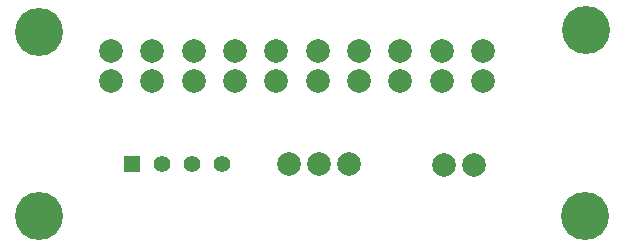
<source format=gts>
G04 ( created by brdgerber.py ( brdgerber.py v0.1 2014-03-12 ) ) date 2020-04-13 11:59:21 EDT*
G04 Gerber Fmt 3.4, Leading zero omitted, Abs format*
%MOIN*%
%FSLAX34Y34*%
G01*
G70*
G90*
G04 APERTURE LIST*
%ADD12C,0.0550*%
%ADD10C,0.0787*%
%ADD11R,0.0550X0.0550*%
%ADD13C,0.1600*%
G04 APERTURE END LIST*
G54D12*
D10*
X-06301Y02408D03*
D10*
X-06301Y03392D03*
D10*
X-04923Y02408D03*
D10*
X-04923Y03392D03*
D10*
X-03545Y02408D03*
D10*
X-03545Y03392D03*
D10*
X-02167Y02408D03*
D10*
X-02167Y03392D03*
D10*
X-00789Y02408D03*
D10*
X-00789Y03392D03*
D10*
X00589Y02408D03*
D10*
X00589Y03392D03*
D10*
X01967Y02408D03*
D10*
X01967Y03392D03*
D10*
X03345Y02408D03*
D10*
X03345Y03392D03*
D10*
X04723Y02408D03*
D10*
X04723Y03392D03*
D10*
X06101Y02408D03*
D10*
X06101Y03392D03*
D10*
X-00350Y-00350D03*
D10*
X00650Y-00350D03*
D10*
X01650Y-00350D03*
D10*
X04800Y-00400D03*
D10*
X05800Y-00400D03*
D11*
X-05600Y-00350D03*
D12*
X-04600Y-00350D03*
D12*
X-03600Y-00350D03*
D12*
X-02600Y-00350D03*
D13*
X-08700Y04050D03*
D13*
X09550Y04100D03*
D13*
X-08700Y-02100D03*
D13*
X09500Y-02100D03*
M02*

</source>
